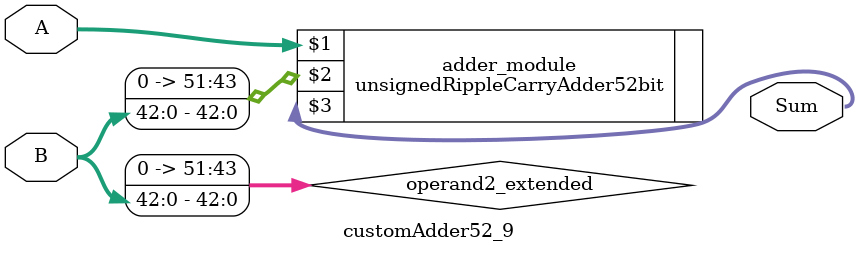
<source format=v>
module customAdder52_9(
                        input [51 : 0] A,
                        input [42 : 0] B,
                        
                        output [52 : 0] Sum
                );

        wire [51 : 0] operand2_extended;
        
        assign operand2_extended =  {9'b0, B};
        
        unsignedRippleCarryAdder52bit adder_module(
            A,
            operand2_extended,
            Sum
        );
        
        endmodule
        
</source>
